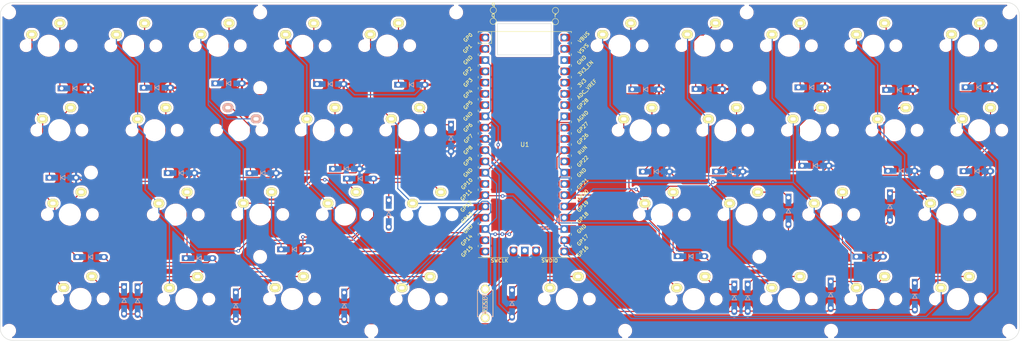
<source format=kicad_pcb>
(kicad_pcb (version 20211014) (generator pcbnew)
  (layers (0 "F.Cu" signal) (31 "B.Cu" signal) (34 "B.Paste" user) (35 "F.Paste" user) (36 "B.SilkS" user "B.Silkscreen") (37 "F.SilkS" user "F.Silkscreen") (38 "B.Mask" user) (39 "F.Mask" user) (44 "Edge.Cuts" user))
  (net 0 "")
  (net 1 "reset")
  (net 2 "GND")
  (net 3 "Net-(D2-Pad1)")
  (net 4 "col1")
  (net 5 "Net-(D3-Pad1)")
  (net 6 "col2")
  (net 7 "Net-(D4-Pad1)")
  (net 8 "col3")
  (net 9 "Net-(D5-Pad1)")
  (net 10 "col0")
  (net 11 "Net-(D6-Pad1)")
  (net 12 "Net-(D7-Pad1)")
  (net 13 "Net-(D8-Pad1)")
  (net 14 "Net-(D9-Pad1)")
  (net 15 "Net-(D10-Pad1)")
  (net 16 "Net-(D11-Pad1)")
  (net 17 "Net-(D12-Pad1)")
  (net 18 "Net-(D13-Pad1)")
  (net 19 "Net-(D14-Pad1)")
  (net 20 "Net-(D15-Pad1)")
  (net 21 "Net-(D16-Pad1)")
  (net 22 "Net-(D17-Pad1)")
  (net 23 "Net-(D18-Pad1)")
  (net 24 "Net-(D19-Pad1)")
  (net 25 "Net-(D20-Pad1)")
  (net 26 "Net-(D1-Pad1)")
  (net 27 "Net-(D22-Pad1)")
  (net 28 "Net-(D23-Pad1)")
  (net 29 "Net-(D24-Pad1)")
  (net 30 "Net-(D25-Pad1)")
  (net 31 "Net-(D26-Pad1)")
  (net 32 "Net-(D27-Pad1)")
  (net 33 "Net-(D28-Pad1)")
  (net 34 "Net-(D29-Pad1)")
  (net 35 "Net-(D30-Pad1)")
  (net 36 "Net-(D31-Pad1)")
  (net 37 "Net-(D32-Pad1)")
  (net 38 "Net-(D33-Pad1)")
  (net 39 "Net-(D34-Pad1)")
  (net 40 "Net-(D35-Pad1)")
  (net 41 "Net-(D36-Pad1)")
  (net 42 "Net-(D37-Pad1)")
  (net 43 "Net-(D38-Pad1)")
  (net 44 "Net-(D21-Pad1)")
  (net 45 "row0")
  (net 46 "row1")
  (net 47 "row2")
  (net 48 "row3")
  (net 49 "row4")
  (net 50 "row5")
  (net 51 "row6")
  (net 52 "row7")
  (net 53 "row8")
  (net 54 "row9")
  (net 72 "Net-(U1-Pad40)")
  (footprint "kbd:CherryMX_1u" (layer "F.Cu") (at 37.81 69.89)
    (fp_text reference "SW3" hide)
    (fp_text value "Switch_SW_Push" hide)
  )
  (footprint "kbd:CherryMX_1u" (layer "F.Cu") (at 190.26 69.905)
    (fp_text reference "SW27" hide)
    (fp_text value "Switch_SW_Push" hide)
  )
  (footprint "MCU_RaspberryPi_and_Boards:RPi_Pico_SMD_TH" (layer "F.Cu") (at 140.31 54.09)
    (fp_text reference "U1")
    (fp_text value "Pico")
  )
  (footprint "kbd:CherryMX_1u" (layer "F.Cu") (at 242.695 50.855)
    (fp_text reference "SW38" hide)
    (fp_text value "Switch_SW_Push" hide)
  )
  (footprint "kbd:CherryMX_1u" (layer "F.Cu") (at 180.735 31.765)
    (fp_text reference "SW25" hide)
    (fp_text value "Switch_SW_Push" hide)
  )
  (footprint "" (layer "F.Cu") (at 80.675 79.425)
    (fp_text reference "")
    (fp_text value "")
  )
  (footprint "kbd:CherryMX_1u" (layer "F.Cu") (at 90.235 31.815)
    (fp_text reference "SW13" hide)
    (fp_text value "Switch_SW_Push" hide)
  )
  (footprint "" (layer "F.Cu") (at 80.69992 41.323571)
    (fp_text reference "")
    (fp_text value "")
  )
  (footprint "kbd:CherryMX_1u" (layer "F.Cu") (at 71.135 31.79)
    (fp_text reference "SW9" hide)
    (fp_text value "Switch_SW_Push" hide)
  )
  (footprint "kbd:CherryMX_1u" (layer "F.Cu") (at 95.01 50.84)
    (fp_text reference "SW14" hide)
    (fp_text value "Switch_SW_Push" hide)
  )
  (footprint "kbd:CherryMX_1u" (layer "F.Cu") (at 99.77 69.88)
    (fp_text reference "SW15" hide)
    (fp_text value "Switch_SW_Push" hide)
  )
  (footprint "kbd:CherryMX_1u" (layer "F.Cu") (at 87.87 88.93)
    (fp_text reference "SW12" hide)
    (fp_text value "Switch_SW_Push" hide)
  )
  (footprint "" (layer "F.Cu") (at 42.573094 60.39726)
    (fp_text reference "")
    (fp_text value "")
  )
  (footprint "kbd:CherryMX_1u" (layer "F.Cu") (at 185.485 50.865)
    (fp_text reference "SW26" hide)
    (fp_text value "Switch_SW_Push" hide)
  )
  (footprint "kbd:CherryMX_1u" (layer "F.Cu") (at 33.035 31.79)
    (fp_text reference "SW1" hide)
    (fp_text value "Switch_SW_Push" hide)
  )
  (footprint "footprint:M2_Hole" (layer "F.Cu") (at 24.125 96.1)
    (fp_text reference "" hide)
    (fp_text value "" hide)
  )
  (footprint "kbd:CherryMX_1u" (layer "F.Cu") (at 118.845 69.905)
    (fp_text reference "SW19" hide)
    (fp_text value "Switch_SW_Push" hide)
  )
  (footprint "kbd:CherryMX_1u" (layer "F.Cu") (at 209.335 69.89)
    (fp_text reference "SW31" hide)
    (fp_text value "Switch_SW_Push" hide)
  )
  (footprint "kbd:CherryMX_1u" (layer "F.Cu") (at 161.66 31.79)
    (fp_text reference "SW21" hide)
    (fp_text value "Switch_SW_Push" hide)
  )
  (footprint "kbd:CherryMX_1u" (layer "F.Cu") (at 114.06 50.84)
    (fp_text reference "SW18" hide)
    (fp_text value "Switch_SW_Push" hide)
  )
  (footprint "" (layer "F.Cu") (at 233.149814 60.346984)
    (fp_text reference "")
    (fp_text value "")
  )
  (footprint "footprint:M2_Hole" (layer "F.Cu") (at 249.5 24.275)
    (fp_text reference "" hide)
    (fp_text value "" hide)
  )
  (footprint "footprint:M2_Hole" (layer "F.Cu") (at 190.3 24.275)
    (fp_text reference "" hide)
    (fp_text value "" hide)
  )
  (footprint "kbd:CherryMX_1u" (layer "F.Cu") (at 80.71 69.865)
    (fp_text reference "SW11" hide)
    (fp_text value "Switch_SW_Push" hide)
  )
  (footprint "footprint:M2_Hole" (layer "F.Cu") (at 24.125 24.275)
    (fp_text reference "" hide)
    (fp_text value "" hide)
  )
  (footprint "" (layer "F.Cu") (at 209.325 96.1)
    (fp_text reference "")
    (fp_text value "")
  )
  (footprint "kbd:CherryMX_1u" (layer "F.Cu") (at 235.51 69.89)
    (fp_text reference "SW35" hide)
    (fp_text value "Switch_SW_Push" hide)
  )
  (footprint "kbd:CherryMX_1u" (layer "F.Cu") (at 35.445 50.855)
    (fp_text reference "SW2" hide)
    (fp_text value "Switch_SW_Push" hide)
  )
  (footprint "" (layer "F.Cu") (at 162.925 96.1)
    (fp_text reference "")
    (fp_text value "")
  )
  (footprint "kbd:CherryMX_1u" (layer "F.Cu") (at 171.185 69.905)
    (fp_text reference "SW23" hide)
    (fp_text value "Switch_SW_Push" hide)
  )
  (footprint "kbd:CherryMX_1u" (layer "F.Cu") (at 178.36 88.965)
    (fp_text reference "SW24" hide)
    (fp_text value "Switch_SW_Push" hide)
  )
  (footprint "kbd:CherryMX_1u" (layer "F.Cu") (at 240.26 31.765)
    (fp_text reference "SW37" hide)
    (fp_text value "Switch_SW_Push" hide)
  )
  (footprint "footprint:M2_Hole" (layer "F.Cu") (at 80.7 24.275)
    (fp_text reference "" hide)
    (fp_text value "" hide)
  )
  (footprint "kbd:CherryMX_1u" (layer "F.Cu") (at 64.06 88.965)
    (fp_text reference "SW8" hide)
    (fp_text value "Switch_SW_Push" hide)
  )
  (footprint "" (layer "F.Cu") (at 193.173337 41.296904)
    (fp_text reference "")
    (fp_text value "")
  )
  (footprint "kbd:CherryMX_1u" (layer "F.Cu") (at 223.61 50.865)
    (fp_text reference "SW34" hide)
    (fp_text value "Switch_SW_Push" hide)
  )
  (footprint "TestPoint:TestPoint_Pad_D1.0mm" (layer "F.Cu") (at 133.225 23.775)
    (fp_text reference "q")
    (fp_text value "TestPoint_Pad_D1.0mm")
  )
  (footprint "kbd:CherryMX_1u" (layer "F.Cu") (at 116.435 88.965)
    (fp_text reference "SW16" hide)
    (fp_text value "Switch_SW_Push" hide)
  )
  (footprint "kbd:CherryMX_1u" (layer "F.Cu") (at 166.41 50.865)
    (fp_text reference "SW22" hide)
    (fp_text value "Switch_SW_Push" hide)
  )
  (footprint "footprint:M2_Hole" (layer "F.Cu") (at 249.45 96.1)
    (fp_text reference "" hide)
    (fp_text value "" hide)
  )
  (footprint "kbd:CherryMX_1u" (layer "F.Cu") (at 149.785 88.94)
    (fp_text reference "SW20" hide)
    (fp_text value "Switch_SW_Push" hide)
  )
  (footprint "kbd:CherryMX_1u" (layer "F.Cu") (at 61.67 69.905)
    (fp_text reference "SW7" hide)
    (fp_text value "Switch_SW_Push" hide)
  )
  (footprint "kbd:CherryMX_1u" (layer "F.Cu") (at 109.31 31.765)
    (fp_text reference "SW17" hide)
    (fp_text value "Switch_SW_Push" hide)
  )
  (footprint "kbd:CherryMX_1u" (layer "F.Cu") (at 56.895 50.855)
    (fp_text reference "SW6" hide)
    (fp_text value "Switch_SW_Push" hide)
  )
  (footprint "kbd:CherryMX_1u" (layer "F.Cu") (at 204.56 50.865)
    (fp_text reference "SW30" hide)
    (fp_text value "Switch_SW_Push" hide)
  )
  (footprint "footprint:M2_Hole" (layer "F.Cu") (at 124.85 24.275)
    (fp_text reference "" hide)
    (fp_text value "" hide)
  )
  (footprint "kbd:CherryMX_1u" (layer "F.Cu") (at 218.835 88.94)
    (fp_text reference "SW32" hide)
    (fp_text value "Switch_SW_Push" hide)
  )
  (footprint "kbd:CherryMX_1u" (layer "F.Cu") (at 199.81 31.79)
    (fp_text reference "SW29" hide)
    (fp_text value "Switch_SW_Push" hide)
  )
  (footprint "kbd:CherryMX_1u" (layer "F.Cu") (at 40.21 88.915)
    (fp_text reference "SW4" hide)
    (fp_text value "Switch_SW_Push" hide)
  )
  (footprint "TestPoint:TestPoint_Pad_D1.0mm" (layer "F.Cu") (at 147.225 23.85)
    (fp_text reference "")
    (fp_text value "TestPoint_Pad_D1.0mm")
  )
  (footprint "kbd:CherryMX_1u" (layer "F.Cu") (at 52.11 31.815)
    (fp_text reference "SW5" hide)
    (fp_text value "Switch_SW_Push" hide)
  )
  (footprint "TestPoint:TestPoint_Pad_D1.0mm" (layer "F.Cu") (at 133.2 26.275)
    (fp_text reference "q")
    (fp_text value "TestPoint_Pad_D1.0mm")
  )
  (footprint "kbd:CherryMX_1u" (layer "F.Cu") (at 199.785 88.94)
    (fp_text reference "SW28" hide)
    (fp_text value "Switch_SW_Push" hide)
  )
  (footprint "" (layer "F.Cu") (at 105.725 96.1)
    (fp_text reference "")
    (fp_text value "")
  )
  (footprint "TestPoint:TestPoint_Pad_D1.0mm" (layer "F.Cu") (at 147.2 26.35)
    (fp_text reference "r")
    (fp_text value "TestPoint_Pad_D1.0mm")
  )
  (footprint "kbd:CherryMX_1u" (layer "F.Cu") (at 218.835 31.79)
    (fp_text reference "SW33" hide)
    (fp_text value "Switch_SW_Push" hide)
  )
  (footprint "" (layer "F.Cu") (at 193.148417 79.398333)
    (fp_text reference "")
    (fp_text value "")
  )
  (footprint "kbd:ResetSW" (layer "F.Cu") (at 131.385 89.94 -90)
    (fp_text reference "SW41" hide)
    (fp_text value "SW_Reset")
  )
  (footprint "kbd:CherryMX_1u" (layer "F.Cu") (at 237.89 88.94)
    (fp_text reference "SW36" hide)
    (fp_text value "Switch_SW_Push" hide)
  )
  (footprint "kbd:D3_TH_SMD_v2" (layer "B.Cu") (at 242.635 41.165)
    (fp_text reference "D37" hide)
    (fp_text value "DIODE" hide)
  )
  (footprint "kbd:D3_TH_SMD_v2" (layer "B.Cu") (at 199.71 69.065 -90)
    (fp_text reference "D27" hide)
    (fp_text value "DIODE" hide)
  )
  (footprint "kbd:D3_TH_SMD_v2" (layer "B.Cu") (at 205.785 58.865)
    (fp_text reference "D30" hide)
    (fp_text value "DIODE" hide)
  )
  (footprint "kbd:D3_TH_SMD_v2" (layer "B.Cu") (at 222.585 68.115 -90)
    (fp_text reference "D35" hide)
    (fp_text value "DIODE" hide)
  )
  (footprint "kbd:D3_TH_SMD_v2" (layer "B.Cu") (at 36.21 61.565)
    (fp_text reference "D2" hide)
    (fp_text value "DIODE" hide)
  )
  (footprint "kbd:D3_TH_SMD_v2" (layer "B.Cu") (at 73.585 40.29)
    (fp_text reference "D9" hide)
    (fp_text value "DIODE" hide)
  )
  (footprint "kbd:D3_TH_SMD_v2" (layer "B.Cu") (at 181.81 41.565)
    (fp_text reference "D25" hide)
    (fp_text value "DIODE" hide)
  )
  (footprint "kbd:D3_TH_SMD_v2" (layer "B.Cu") (at 137.435 89.94 -90)
    (fp_text reference "D20" hide)
    (fp_text value "DIODE" hide)
  )
  (footprint "kbd:D3_TH_SMD_v2" (layer "B.Cu") (at 187.51 88.665 -90)
    (fp_text reference "D24" hide)
    (fp_text value "DIODE" hide)
  )
  (footprint "kbd:D3_TH_SMD_v2" (layer "B.Cu") (at 53.085 89.315 -90)
    (fp_text reference "D8" hide)
    (fp_text value "DIODE" hide)
  )
  (footprint "kbd:D3_TH_SMD_v2" (layer "B.Cu") (at 209.235 87.99 -90)
    (fp_text reference "D32" hide)
    (fp_text value "DIODE" hide)
  )
  (footprint "kbd:D3_TH_SMD_v2" (layer "B.Cu") (at 228.185 88.315 -90)
    (fp_text reference "D36" hide)
    (fp_text value "DIODE" hide)
  )
  (footprint "kbd:D3_TH_SMD_v2" (layer "B.Cu") (at 66.935 79.74)
    (fp_text reference "D7" hide)
    (fp_text value "DIODE" hide)
  )
  (footprint "kbd:D3_TH_SMD_v2" (layer "B.Cu") (at 177.76 79.29)
    (fp_text reference "D23" hide)
    (fp_text value "DIODE" hide)
  )
  (footprint "kbd:D3_TH_SMD_v2" (layer "B.Cu") (at 81.285 60.54)
    (fp_text reference "D10" hide)
    (fp_text value "DIODE" hide)
  )
  (footprint "kbd:D3_TH_SMD_v2" (layer "B.Cu") (at 167.535 41.64)
    (fp_text reference "D21" hide)
    (fp_text value "DIODE" hide)
  )
  (footprint "kbd:D3_TH_SMD_v2" (layer "B.Cu") (at 88.41 77.74)
    (fp_text reference "D11" hide)
    (fp_text value "DIODE" hide)
  )
  (footprint "kbd:D3_TH_SMD_v2" (layer "B.Cu") (at 103.235 61.765)
    (fp_text reference "D15" hide)
    (fp_text value "DIODE" hide)
  )
  (footprint "kbd:CherryMX_1u" (layer "B.Cu") (at 75.96 50.84 180)
    (fp_text reference "SW10" hide)
    (fp_text value "Switch_SW_Push" hide)
  )
  (footprint "kbd:D3_TH_SMD_v2" (layer "B.Cu") (at 42.485 79.465)
    (fp_text reference "D3" hide)
    (fp_text value "DIODE" hide)
  )
  (footprint "kbd:D3_TH_SMD_v2" (layer "B.Cu") (at 186.41 60.19)
    (fp_text reference "D26" hide)
    (fp_text value "DIODE" hide)
  )
  (footprint "kbd:D3_TH_SMD_v2" (layer "B.Cu") (at 62.885 60.515)
    (fp_text reference "D6" hide)
    (fp_text value "DIODE" hide)
  )
  (footprint "kbd:D3_TH_SMD_v2" (layer "B.Cu") (at 169.91 60.19)
    (fp_text reference "D22" hide)
    (fp_text value "DIODE" hide)
  )
  (footprint "kbd:D3_TH_SMD_v2" (layer "B.Cu") (at 100.085 59.59)
    (fp_text reference "D14" hide)
    (fp_text value "DIODE" hide)
  )
  (footprint "kbd:D3_TH_SMD_v2" (layer "B.Cu") (at 50.035 89.265 -90)
    (fp_text reference "D4" hide)
    (fp_text value "DIODE" hide)
  )
  (footprint "kbd:D3_TH_SMD_v2" (layer "B.Cu") (at 224.735 41.765)
    (fp_text reference "D33" hide)
    (fp_text value "DIODE" hide)
  )
  (footprint "kbd:D3_TH_SMD_v2" (layer "B.Cu") (at 99.635 90.49 -90)
    (fp_text reference "D16" hide)
    (fp_text value "DIODE" hide)
  )
  (footprint "kbd:D3_TH_SMD_v2" (layer "B.Cu") (at 242.185 60.09)
    (fp_text reference "D38" hide)
    (fp_text value "DIODE" hide)
  )
  (footprint "kbd:D3_TH_SMD_v2" (layer "B.Cu") (at 57.435 41.265)
    (fp_text reference "D5" hide)
    (fp_text value "DIODE" hide)
  )
  (footprint "kbd:D3_TH_SMD_v2" (layer "B.Cu") (at 225.135 60.04)
    (fp_text reference "D34" hide)
    (fp_text value "DIODE" hide)
  )
  (footprint "kbd:D3_TH_SMD_v2" (layer "B.Cu") (at 190.535 88.665 -90)
    (fp_text reference "D28" hide)
    (fp_text value "DIODE" hide)
  )
  (footprint "kbd:D3_TH_SMD_v2" (layer "B.Cu") (at 109.66 69.64 -90)
    (fp_text reference "D19" hide)
    (fp_text value "DIODE" hide)
  )
  (footprint "kbd:D3_TH_SMD_v2" (layer "B.Cu") (at 123.685 52.615 -90)
    (fp_text reference "D18" hide)
    (fp_text value "DIODE" hide)
  )
  (footprint "kbd:D3_TH_SMD_v2" (layer "B.Cu") (at 96.51 40.44)
    (fp_text reference "D13" hide)
    (fp_text value "DIODE" hide)
  )
  (footprint "kbd:D3_TH_SMD_v2" (layer "B.Cu") (at 218.01 79.39)
    (fp_text reference "D31" hide)
    (fp_text value "DIODE" hide)
  )
  (footprint "kbd:D3_TH_SMD_v2" (layer "B.Cu") (at 114.785 40.59)
    (fp_text reference "D17" hide)
    (fp_text value "DIODE" hide)
  )
  (footprint "kbd:D3_TH_SMD_v2" (layer "B.Cu") (at 38.96 41.415)
    (fp_text reference "D1" hide)
    (fp_text value "DIODE" hide)
  )
  (footprint "kbd:D3_TH_SMD_v2" (layer "B.Cu") (at 204.96 41.19)
    (fp_text reference "D29" hide)
    (fp_text value "DIODE" hide)
  )
  (footprint "kbd:D3_TH_SMD_v2" (layer "B.Cu") (at 75.21 90.465 -90)
    (fp_text reference "D12" hide)
    (fp_text value "DIODE" hide)
  )
  (gr_line (start 25.05 98.25) (end 248.85 98.25) (layer "Edge.Cuts") (width 0.1))
  (gr_rect (start 134.15 26.8125) (end 146.25 33.8625) (layer "Edge.Cuts") (width 0.1) (fill none))
  (gr_line (start 22.125 25) (end 22.125 95.4) (layer "Edge.Cuts") (width 0.1))
  (gr_arc (start 22.125 25) (mid 22.931002 22.909557) (end 25 22.05) (layer "Edge.Cuts") (width 0.1))
  (gr_arc (start 25.05 98.25) (mid 22.961384 97.467593) (end 22.125 95.4) (layer "Edge.Cuts") (width 0.1))
  (gr_line (start 251.725762 24.925) (end 251.725 95.342553) (layer "Edge.Cuts") (width 0.1))
  (gr_arc (start 248.818315 22.05) (mid 250.897333 22.855148) (end 251.725762 24.925) (layer "Edge.Cuts") (width 0.1))
  (gr_arc (start 251.725 95.342553) (mid 250.919852 97.421571) (end 248.85 98.25) (layer "Edge.Cuts") (width 0.1))
  (gr_line (start 25 22.05) (end 248.818315 22.05) (layer "Edge.Cuts") (width 0.1))
  (segment (start 131.385 88.563143) (end 135.975 83.973143) (width 0.25) (layer "F.Cu") (net 1))
  (segment (start 147.575969 71.499031) (end 147.575969 56.984031) (width 0.25) (layer "F.Cu") (net 1))
  (segment (start 135.975 83.973143) (end 135.975 74.150386) (width 0.25) (layer "F.Cu") (net 1))
  (segment (start 147.575969 56.984031) (end 149.2 55.36) (width 0.25) (layer "F.Cu") (net 1))
  (segment (start 131.385 93.19) (end 131.385 88.563143) (width 0.25) (layer "F.Cu") (net 1))
  (segment (start 135.975 74.150386) (end 137.434906 72.69048) (width 0.25) (layer "F.Cu") (net 1))
  (segment (start 146.38452 72.69048) (end 147.575969 71.499031) (width 0.25) (layer "F.Cu") (net 1))
  (segment (start 137.434906 72.69048) (end 146.38452 72.69048) (width 0.25) (layer "F.Cu") (net 1))
  (segment (start 148.025489 71.965489) (end 148.025489 61.614511) (width 0.25) (layer "F.Cu") (net 2))
  (segment (start 138.01 73.14) (end 149.2 73.14) (width 0.25) (layer "F.Cu") (net 2))
  (segment (start 134.285 54.19) (end 134.285 57.575) (width 0.25) (layer "F.Cu") (net 2))
  (segment (start 148.025489 61.614511) (end 149.2 60.44) (width 0.25) (layer "F.Cu") (net 2))
  (segment (start 149.2 73.14) (end 148.025489 71.965489) (width 0.25) (layer "F.Cu") (net 2))
  (segment (start 134.325 54.15) (end 134.285 54.19) (width 0.25) (layer "F.Cu") (net 2))
  (segment (start 135.25 74.3) (end 135.225 74.325) (width 0.25) (layer "F.Cu") (net 2))
  (segment (start 135.225 74.325) (end 133.65 74.325) (width 0.25) (layer "F.Cu") (net 2))
  (segment (start 134.285 57.575) (end 131.42 60.44) (width 0.25) (layer "F.Cu") (net 2))
  (segment (start 136.825 74.325) (end 138.01 73.14) (width 0.25) (layer "F.Cu") (net 2))
  (via (at 136.825 74.325) (size 0.8) (drill 0.4) (layers "F.Cu" "B.Cu") (net 2))
  (via (at 134.325 54.15) (size 0.8) (drill 0.4) (layers "F.Cu" "B.Cu") (net 2))
  (via (at 133.65 74.325) (size 0.8) (drill 0.4) (layers "F.Cu" "B.Cu") (net 2))
  (via (at 135.25 74.3) (size 0.8) (drill 0.4) (layers "F.Cu" "B.Cu") (net 2))
  (segment (start 132.594511 36.214511) (end 131.42 35.04) (width 0.25) (layer "B.Cu") (net 2))
  (segment (start 133.65 74.325) (end 133.585 74.26) (width 0.25) (layer "B.Cu") (net 2))
  (segment (start 134.325 54.15) (end 134.325 50.055) (width 0.25) (layer "B.Cu") (net 2))
  (segment (start 136.825 74.325) (end 136.8 74.3) (width 0.25) (layer "B.Cu") (net 2))
  (segment (start 149.2 60.44) (end 148.025489 59.265489) (width 0.25) (layer "B.Cu") (net 2))
  (segment (start 133.95 70.61) (end 133.95 62.97) (width 0.25) (layer "B.Cu") (net 2))
  (segment (start 148.025489 59.265489) (end 148.025489 48.914511) (width 0.25) (layer "B.Cu") (net 2))
  (segment (start 134.325 50.055) (end 132.01 47.74) (width 0.25) (layer "B.Cu") (net 2))
  (segment (start 131.385 86.69) (end 132.594511 85.480489) (width 0.25) (layer "B.Cu") (net 2))
  (segment (start 132.594511 74.314511) (end 132.54 74.26) (width 0.25) (layer "B.Cu") (net 2))
  (segment (start 131.42 73.14) (end 133.95 70.61) (width 0.25) (layer "B.Cu") (net 2))
  (segment (start 132.594511 46.565489) (end 132.594511 36.214511) (width 0.25) (layer "B.Cu") (net 2))
  (segment (start 132.54 74.26) (end 131.42 73.14) (width 0.25) (layer "B.Cu") (net 2))
  (segment (start 136.8 74.3) (end 135.25 74.3) (width 0.25) (layer "B.Cu") (net 2))
  (segment (start 132.01 47.74) (end 131.42 47.74) (width 0.25) (layer "B.Cu") (net 2))
  (segment (start 132.594511 85.480489) (end 132.594511 74.314511) (width 0.25) (layer "B.Cu") (net 2))
  (segment (start 148.025489 48.914511) (end 149.2 47.74) (width 0.25) (layer "B.Cu") (net 2))
  (segment (start 133.585 74.26) (end 132.54 74.26) (width 0.25) (layer "B.Cu") (net 2))
  (segment (start 131.42 47.74) (end 132.594511 46.565489) (width 0.25) (layer "B.Cu") (net 2))
  (segment (start 133.95 62.97) (end 131.42 60.44) (width 0.25) (layer "B.Cu") (net 2))
  (segment (start 37.985 45.775) (end 35.585 48.175) (width 0.25) (layer "F.Cu") (net 3))
  (segment (start 34.4 48.175) (end 32.575 50) (width 0.25) (layer "F.Cu") (net 3))
  (segment (start 32.575 50) (end 32.575 59.255) (width 0.25) (layer "F.Cu") (net 3))
  (segment (start 35.585 48.175) (end 34.4 48.175) (width 0.25) (layer "F.Cu") (net 3))
  (segment (start 33.21 59.89) (end 33.21 61.565) (width 0.25) (layer "F.Cu") (net 3))
  (segment (start 32.575 59.255) (end 33.21 59.89) (width 0.25) (layer "F.Cu") (net 3))
  (segment (start 231.385 63.29) (end 241.985 63.29) (width 0.25) (layer "F.Cu") (net 4))
  (segment (start 99.471489 60.465) (end 99.371978 60.564511) (width 0.25) (layer "F.Cu") (net 4))
  (segment (start 99.371978 60.564511) (end 84.309511 60.564511) (width 0.25) (layer "F.Cu") (net 4))
  (segment (start 84.309511 60.564511) (end 84.285 60.54) (width 0.25) (layer "F.Cu") (net 4))
  (segment (start 40.595 62.4) (end 39.46 61.265) (width 0.25) (layer "F.Cu") (net 4))
  (segment (start 126.48 52.82) (end 123.685 55.615) (width 0.25) (layer "F.Cu") (net 4))
  (segment (start 173.884511 61.164511) (end 172.91 60.19) (width 0.25) (layer "F.Cu") (net 4))
  (segment (start 66.884511 61.514511) (end 65.885 60.515) (width 0.25) (layer "F.Cu") (net 4))
  (segment (start 208.785 58.865) (end 207.46 60.19) (width 0.25) (layer "F.Cu") (net 4))
  (segment (start 65.885 60.515) (end 64 62.4) (width 0.25) (layer "F.Cu") (net 4))
  (segment (start 84.285 60.54) (end 83.310489 61.514511) (width 0.25) (layer "F.Cu") (net 4))
  (segment (start 189.41 60.19) (end 188.435489 61.164511) (width 0.25) (layer "F.Cu") (net 4))
  (segment (start 107.06 55.615) (end 102.21 60.465) (width 0.25) (layer "F.Cu") (net 4))
  (segment (start 131.42 52.82) (end 126.48 52.82) (width 0.25) (layer "F.Cu") (net 4))
  (segment (start 102.21 60.465) (end 99.471489 60.465) (width 0.25) (layer "F.Cu") (net 4))
  (segment (start 227.160489 61.014511) (end 210.934511 61.014511) (width 0.25) (layer "F.Cu") (net 4))
  (segment (start 64 62.4) (end 40.595 62.4) (width 0.25) (layer "F.Cu") (net 4))
  (segment (start 241.985 63.29) (end 245.185 60.09) (width 0.25) (layer "F.Cu") (net 4))
  (segment (start 210.934511 61.014511) (end 208.785 58.865) (width 0.25) (layer "F.Cu") (net 4))
  (segment (start 83.310489 61.514511) (end 66.884511 61.514511) (width 0.25) (layer "F.Cu") (net 4))
  (segment (start 228.135 60.04) (end 231.385 63.29) (width 0.25) (layer "F.Cu") (net 4))
  (segment (start 188.435489 61.164511) (end 173.884511 61.164511) (width 0.25) (layer "F.Cu") (net 4))
  (segment (start 228.135 60.04) (end 227.160489 61.014511) (width 0.25) (layer "F.Cu") (net 4))
  (segment (start 123.685 55.615) (end 107.06 55.615) (width 0.25) (layer "F.Cu") (net 4))
  (segment (start 207.46 60.19) (end 189.41 60.19) (width 0.25) (layer "F.Cu") (net 4))
  (segment (start 171.485 61.615) (end 140.215 61.615) (width 0.25) (layer "B.Cu") (net 4))
  (segment (start 172.91 60.19) (end 171.485 61.615) (width 0.25) (layer "B.Cu") (net 4))
  (segment (start 140.215 61.615) (end 131.42 52.82) (width 0.25) (layer "B.Cu") (net 4))
  (segment (start 37.985 67.175) (end 36.675 67.175) (width 0.25) (layer "F.Cu") (net 5))
  (segment (start 36.675 67.175) (end 35 68.85) (width 0.25) (layer "F.Cu") (net 5))
  (segment (start 40.35 64.81) (end 37.985 67.175) (width 0.25) (layer "F.Cu") (net 5))
  (segment (start 35 68.85) (end 35 74.98) (width 0.25) (layer "F.Cu") (net 5))
  (segment (start 35 74.98) (end 39.485 79.465) (width 0.25) (layer "F.Cu") (net 5))
  (segment (start 72.245 82.05) (end 69.935 79.74) (width 0.25) (layer "F.Cu") (net 6))
  (segment (start 68.960489 80.714511) (end 46.734511 80.714511) (width 0.25) (layer "F.Cu") (net 6))
  (segment (start 46.734511 80.714511) (end 45.485 79.465) (width 0.25) (layer "F.Cu") (net 6))
  (segment (start 183.135 81.665) (end 180.76 79.29) (width 0.25) (layer "F.Cu") (net 6))
  (segment (start 199.71 78.389022) (end 199.71 72.065) (width 0.25) (layer "F.Cu") (net 6))
  (segment (start 221.01 79.39) (end 221.01 72.69) (width 0.25) (layer "F.Cu") (net 6))
  (segment (start 106.235 69.015) (end 108.265 69.015) (width 0.25) (layer "F.Cu") (net 6))
  (segment (start 109.66 70.41) (end 109.66 72.64) (width 0.25) (layer "F.Cu") (net 6))
  (segment (start 87.1 82.05) (end 72.245 82.05) (width 0.25) (layer "F.Cu") (net 6))
  (segment (start 101.647657 74.9555) (end 90.31 74.9555) (width 0.25) (layer "F.Cu") (net 6))
  (segment (start 221.01 79.39) (end 219.26 81.14) (width 0.25) (layer "F.Cu") (net 6))
  (segment (start 129.810978 55.36) (end 123.405978 61.765) (width 0.25) (layer "F.Cu") (net 6))
  (segment (start 123.405978 61.765) (end 106.235 61.765) (width 0.25) (layer "F.Cu") (net 6))
  (segment (start 199.872989 78.552011) (end 199.71 78.389022) (width 0.25) (layer "F.Cu") (net 6))
  (segment (start 69.935 79.74) (end 68.960489 80.714511) (width 0.25) (layer "F.Cu") (net 6))
  (segment (start 202.46 81.14) (end 199.81 78.49) (width 0.25) (layer "F.Cu") (net 6))
  (segment (start 106.235 61.765) (end 106.235 69.015) (width 0.25) (layer "F.Cu") (net 6))
  (segment (start 106.235 69.015) (end 106.235 70.368157) (width 0.25) (layer "F.Cu") (net 6))
  (segment (start 131.42 55.36) (end 129.810978 55.36) (width 0.25) (layer "F.Cu") (net 6))
  (segment (start 221.01 72.69) (end 222.585 71.115) (width 0.25) (layer "F.Cu") (net 6))
  (segment (start 199.735978 81.665) (end 183.135 81.665) (width 0.25) (layer "F.Cu") (net 6))
  (segment (start 219.26 81.14) (end 202.46 81.14) (width 0.25) (layer "F.Cu") (net 6))
  (segment (start 106.235 70.368157) (end 101.647657 74.9555) (width 0.25) (layer "F.Cu") (net 6))
  (segment (start 201.360978 80.04) (end 199.735978 81.665) (width 0.25) (layer "F.Cu") (net 6))
  (segment (start 91.41 77.74) (end 87.1 82.05) (width 0.25) (layer "F.Cu") (net 6))
  (segment (start 108.265 69.015) (end 109.66 70.41) (width 0.25) (layer "F.Cu") (net 6))
  (via (at 90.31 74.9555) (size 0.8) (drill 0.4) (layers "F.Cu" "B.Cu") (net 6))
  (segment (start 131.42 55.36) (end 147.834511 71.774511) (width 0.25) (layer "B.Cu") (net 6))
  (segment (start 90.31 74.9555) (end 90.31 77.615) (width 0.25) (layer "B.Cu") (net 6))
  (segment (start 179.685 78.215) (end 180.76 79.29) (width 0.25) (layer "B.Cu") (net 6))
  (segment (start 147.834511 71.774511) (end 168.524511 71.774511) (width 0.25) (layer "B.Cu") (net 6))
  (segment (start 174.965 78.215) (end 179.685 78.215) (width 0.25) (layer "B.Cu") (net 6))
  (segment (start 168.524511 71.774511) (end 174.965 78.215) (width 0.25) (layer "B.Cu") (net 6))
  (segment (start 45.18 86.265) (end 42.75 83.835) (width 0.25) (layer "F.Cu") (net 7))
  (segment (start 50.035 86.265) (end 45.18 86.265) (width 0.25) (layer "F.Cu") (net 7))
  (segment (start 100.659511 94.514511) (end 135.860489 94.514511) (width 0.25) (layer "F.Cu") (net 8))
  (segment (start 54.235 93.465) (end 53.085 92.315) (width 0.25) (layer "F.Cu") (net 8))
  (segment (start 209.235 90.99) (end 209.56 91.315) (width 0.25) (layer "F.Cu") (net 8))
  (segment (start 138.625 91.75) (end 187.425 91.75) (width 0.25) (layer "F.Cu") (net 8))
  (segment (start 53.085 92.315) (end 50.085 92.315) (width 0.25) (layer "F.Cu") (net 8))
  (segment (start 135.860489 94.514511) (end 137.435 92.94) (width 0.25) (layer "F.Cu") (net 8))
  (segment (start 50.085 92.315) (end 50.035 92.265) (width 0.25) (layer "F.Cu") (net 8))
  (segment (start 187.425 91.75) (end 187.51 91.665) (width 0.25) (layer "F.Cu") (net 8))
  (segment (start 99.635 93.49) (end 100.659511 94.514511) (width 0.25) (layer "F.Cu") (net 8))
  (segment (start 209.56 91.315) (end 228.185 91.315) (width 0.25) (layer "F.Cu") (net 8))
  (segment (start 75.21 93.465) (end 54.235 93.465) (width 0.25) (layer "F.Cu") (net 8))
  (segment (start 75.21 93.465) (end 99.61 93.465) (width 0.25) (layer "F.Cu") (net 8))
  (segment (start 187.51 91.665) (end 190.535 91.665) (width 0.25) (layer "F.Cu") (net 8))
  (segment (start 209.235 90.99) (end 208.56 91.665) (width 0.25) (layer "F.Cu") (net 8))
  (segment (start 137.435 92.94) (end 138.625 91.75) (width 0.25) (layer "F.Cu") (net 8))
  (segment (start 99.61 93.465) (end 99.635 93.49) (width 0.25) (layer "F.Cu") (net 8))
  (segment (start 208.56 91.665) (end 190.535 91.665) (width 0.25) (layer "F.Cu") (net 8))
  (segment (start 137.435 92.94) (end 134.525 90.03) (width 0.25) (layer "B.Cu") (net 8))
  (segment (start 134.525 90.03) (end 134.525 61.005) (width 0.25) (layer "B.Cu") (net 8))
  (segment (start 134.525 61.005) (end 131.42 57.9) (width 0.25) (layer "B.Cu") (net 8))
  (segment (start 54.65 26.735) (end 54.65 41.05) (width 0.25) (layer "F.Cu") (net 9))
  (segment (start 54.65 41.05) (end 54.435 41.265) (width 0.25) (layer "F.Cu") (net 9))
  (segment (start 97.1 42.85) (end 77.27 42.85) (width 0.25) (layer "F.Cu") (net 10))
  (segment (start 170.535 41.64) (end 171.76 42.865) (width 0.25) (layer "F.Cu") (net 10))
  (segment (start 185.060489 42.865) (end 185.060489 41.815489) (width 0.25) (layer "F.Cu") (net 10))
  (segment (start 228.109511 42.139511) (end 244.660489 42.139511) (width 0.25) (layer "F.Cu") (net 10))
  (segment (start 76.585 40.29) (end 74 42.875) (width 0.25) (layer "F.Cu") (net 10))
  (segment (start 207.96 41.19) (end 212.10548 45.33548) (width 0.25) (layer "F.Cu") (net 10))
  (segment (start 212.10548 45.33548) (end 224.16452 45.33548) (width 0.25) (layer "F.Cu") (net 10))
  (segment (start 227.735 41.765) (end 228.109511 42.139511) (width 0.25) (layer "F.Cu") (net 10))
  (segment (start 184.81 41.565) (end 188.985 41.565) (width 0.25) (layer "F.Cu") (net 10))
  (segment (start 62.045 42.875) (end 60.435 41.265) (width 0.25) (layer "F.Cu") (net 10))
  (segment (start 58.8 42.9) (end 60.435 41.265) (width 0.25) (layer "F.Cu") (net 10))
  (segment (start 129.810978 50.28) (end 120.120978 40.59) (width 0.25) (layer "F.Cu") (net 10))
  (segment (start 41.96 41.415) (end 43.445 42.9) (width 0.25) (layer "F.Cu") (net 10))
  (segment (start 158.665 42.615) (end 169.56 42.615) (width 0.25) (layer "F.Cu") (net 10))
  (segment (start 169.56 42.615) (end 170.535 41.64) (width 0.25) (layer "F.Cu") (net 10))
  (segment (start 188.985 41.565) (end 192.285 44.865) (width 0.25) (layer "F.Cu") (net 10))
  (segment (start 224.16452 45.33548) (end 227.735 41.765) (width 0.25) (layer "F.Cu") (net 10))
  (segment (start 74 42.875) (end 62.045 42.875) (width 0.25) (layer "F.Cu") (net 10))
  (segment (start 76.585 42.165) (end 76.585 40.29) (width 0.25) (layer "F.Cu") (net 10))
  (segment (start 204.285 44.865) (end 207.96 41.19) (width 0.25) (layer "F.Cu") (net 10))
  (segment (start 131.42 50.28) (end 129.810978 50.28) (width 0.25) (layer "F.Cu") (net 10))
  (segment (start 132.594511 49.105489) (end 152.174511 49.105489) (width 0.25) (layer "F.Cu") (net 10))
  (segment (start 171.76 42.865) (end 185.060489 42.865) (width 0.25) (layer "F.Cu") (net 10))
  (segment (start 99.51 40.44) (end 97.1 42.85) (width 0.25) (layer "F.Cu") (net 10))
  (segment (start 120.120978 40.59) (end 117.785 40.59) (width 0.25) (layer "F.Cu") (net 10))
  (segment (start 77.27 42.85) (end 76.585 42.165) (width 0.25) (layer "F.Cu") (net 10))
  (segment (start 185.060489 41.815489) (end 184.81 41.565) (width 0.25) (layer "F.Cu") (net 10))
  (segment (start 43.445 42.9) (end 58.8 42.9) (width 0.25) (layer "F.Cu") (net 10))
  (segment (start 152.174511 49.105489) (end 158.665 42.615) (width 0.25) (layer "F.Cu") (net 10))
  (segment (start 244.660489 42.139511) (end 245.635 41.165) (width 0.25) (layer "F.Cu") (net 10))
  (segment (start 192.285 44.865) (end 204.285 44.865) (width 0.25) (layer "F.Cu") (net 10))
  (segment (start 131.42 50.28) (end 132.594511 49.105489) (width 0.25) (layer "F.Cu") (net 10))
  (segment (start 101.92 42.85) (end 99.51 40.44) (width 0.25) (layer "B.Cu") (net 10))
  (segment (start 115.525 42.85) (end 101.92 42.85) (width 0.25) (layer "B.Cu") (net 10))
  (segment (start 117.785 40.59) (end 115.525 42.85) (width 0.25) (layer "B.Cu") (net 10))
  (segment (start 59.435 60.065) (end 59.885 60.515) (width 0.25) (layer "F.Cu") (net 11))
  (segment (start 59.435 45.775) (end 59.435 60.065) (width 0.25) (layer "F.Cu") (net 11))
  (segment (start 64.21 79.465) (end 63.935 79.74) (width 0.25) (layer "F.Cu") (net 12))
  (segment (start 64.21 64.825) (end 64.21 79.465) (width 0.25) (layer "F.Cu") (net 12))
  (segment (start 55.515 83.885) (end 66.6 83.885) (width 0.25) (layer "F.Cu") (net 13))
  (segment (start 53.085 86.315) (end 55.515 83.885) (width 0.25) (layer "F.Cu") (net 13))
  (segment (start 73.675 37.2) (end 70.585 40.29) (width 0.25) (layer "F.Cu") (net 14))
  (segment (start 73.675 26.71) (end 73.675 37.2) (width 0.25) (layer "F.Cu") (net 14))
  (segment (start 74.238081 45.76) (end 78.5 50.021919) (width 0.25) (layer "F.Cu") (net 15))
  (segment (start 73.42 45.76) (end 74.238081 45.76) (width 0.25) (layer "F.Cu") (net 15))
  (segment (start 78.5 50.021919) (end 78.5 60.325) (width 0.25) (layer "F.Cu") (net 15))
  (segment (start 78.5 60.325) (end 78.285 60.54) (width 0.25) (layer "F.Cu") (net 15))
  (segment (start 83.25 74.305) (end 85.41 76.465) (width 0.25) (layer "B.Cu") (net 16))
  (segment (start 85.41 76.465) (end 85.41 77.74) (width 0.25) (layer "B.Cu") (net 16))
  (segment (start 83.25 74.305) (end 83.25 64.785) (width 0.25) (layer "B.Cu") (net 16))
  (segment (start 90.41 83.85) (end 78.825 83.85) (width 0.25) (layer "F.Cu") (net 17))
  (segment (start 78.825 83.85) (end 75.21 87.465) (width 0.25) (layer "F.Cu") (net 17))
  (segment (start 92.775 39.705) (end 93.51 40.44) (width 0.25) (layer "F.Cu") (net 18))
  (segment (start 92.775 26.735) (end 92.775 39.705) (width 0.25) (layer "F.Cu") (net 18))
  (segment (start 97.55 45.76) (end 97.55 59.4) (width 0.25) (layer "F.Cu") (net 19))
  (segment (start 100.235 61.765) (end 100.235 62.725) (width 0.25) (layer "F.Cu") (net 20))
  (segment (start 100.235 62.725) (end 102.31 64.8) (width 0.25) (layer "F.Cu") (net 20))
  (segment (start 118.975 83.885) (end 103.24 83.885) (width 0.25) (layer "F.Cu") (net 21))
  (segment (start 103.24 83.885) (end 99.635 87.49) (width 0.25) (layer "F.Cu") (net 21))
  (segment (start 111.85 40.525) (end 111.785 40.59) (width 0.25) (layer "F.Cu") (net 22))
  (segment (start 111.85 26.685) (end 111.85 40.525) (width 0.25) (layer "F.Cu") (net 22))
  (segment (start 120.455 49.615) (end 116.6 45.76) (width 0.25) (layer "F.Cu") (net 23))
  (segment (start 123.685 49.615) (end 120.455 49.615) (width 0.25) (layer "F.Cu") (net 23))
  (segment (start 109.66 62.6) (end 119.16 62.6) (width 0.25) (layer "F.Cu") (net 24))
  (segment (start 109.66 66.64) (end 109.66 62.6) (width 0.25) (layer "F.Cu") (net 24))
  (segment (start 119.16 62.6) (end 121.385 64.825) (width 0.25) (layer "F.Cu") (net 24))
  (segment (start 152.325 83.86) (end 140.515 83.86) (width 0.25) (layer "F.Cu") (net 25))
  (segment (start 140.515 83.86) (end 137.435 86.94) (width 0.25) (layer "F.Cu") (net 25))
  (segment (start 35.575 41.03) (end 35.96 41.415) (width 0.25) (layer "F.Cu") (net 26))
  (segment (start 35.575 26.71) (end 35.575 41.03) (width 0.25) (layer "F.Cu") (net 26))
  (segment (start 168.95 45.785) (end 168.95 58.15) (width 0.25) (layer "F.Cu") (net 27))
  (segment (start 168.95 58.15) (end 166.91 60.19) (width 0.25) (layer "F.Cu") (net 27))
  (segment (start 173.725 64.825) (end 173.725 78.255) (width 0.25) (layer "F.Cu") (net 28))
  (segment (start 173.725 78.255) (end 174.76 79.29) (width 0.25) (layer "F.Cu") (net 28))
  (segment (start 187.51 85.665) (end 182.68 85.665) (width 0.25) (layer "F.Cu") (net 29))
  (segment (start 182.68 85.665) (end 180.9 83.885) (width 0.25) (layer "F.Cu") (net 29))
  (segment (start 178.360479 36.815479) (end 178.81 37.265) (width 0.25) (layer "F.Cu") (net 30))
  (segment (start 183.275 26.685) (end 180.569521 29.390479) (width 0.25) (layer "F.Cu") (net 30))
  (segment (start 178.360479 30.78144) (end 178.360479 36.815479) (width 0.25) (layer "F.Cu") (net 30))
  (segment (start 179.75144 29.390479) (end 178.360479 30.78144) (width 0.25) (layer "F.Cu") (net 30))
  (segment (start 180.569521 29.390479) (end 179.75144 29.390479) (width 0.25) (layer "F.Cu") (net 30))
  (segment (start 178.81 37.265) (end 178.81 41.565) (width 0.25) (layer "F.Cu") (net 30))
  (segment (start 188.025 55.575) (end 188.025 45.785) (width 0.25) (layer "F.Cu") (net 31))
  (segment (start 183.41 60.19) (end 188.025 55.575) (width 0.25) (layer "F.Cu") (net 31))
  (segment (start 198.47 64.825) (end 199.71 66.065) (width 0.25) (layer "F.Cu") (net 32))
  (segment (start 192.8 64.825) (end 198.47 64.825) (width 0.25) (layer "F.Cu") (net 32))
  (segment (start 192.34 83.86) (end 202.325 83.86) (width 0.25) (layer "F.Cu") (net 33))
  (segment (start 190.535 85.665) (end 192.34 83.86) (width 0.25) (layer "F.Cu") (net 33))
  (segment (start 202.35 26.71) (end 202.35 40.8) (width 0.25) (layer "F.Cu") (net 34))
  (segment (start 202.35 40.8) (end 201.96 41.19) (width 0.25) (layer "F.Cu") (net 34))
  (segment (start 202.785 58.865) (end 202.185479 58.265479) (width 0.25) (layer "F.Cu") (net 35))
  (segment (start 202.185479 49.88144) (end 206.281919 45.785) (width 0.25) (layer "F.Cu") (net 35))
  (segment (start 206.281919 45.785) (end 207.1 45.785) (width 0.25) (layer "F.Cu") (net 35))
  (segment (start 202.185479 58.265479) (end 202.185479 49.88144) (width 0.25) (layer "F.Cu") (net 35))
  (segment (start 211.875 76.255) (end 211.875 64.81) (width 0.25) (layer "F.Cu") (net 36))
  (segment (start 215.01 79.39) (end 211.875 76.255) (width 0.25) (layer "F.Cu") (net 36))
  (segment (start 220.245 84.99) (end 221.375 83.86) (width 0.25) (layer "F.Cu") (net 37))
  (segment (start 209.235 84.99) (end 220.245 84.99) (width 0.25) (layer "F.Cu") (net 37))
  (segment (start 221.415 26.71) (end 221.46 26.665) (width 0.25) (layer "F.Cu") (net 38))
  (segment (start 221.735 26.94) (end 221.735 41.765) (width 0.25) (layer "F.Cu") (net 38))
  (segment (start 221.46 26.665) (end 221.735 26.94) (width 0.25) (layer "F.Cu") (net 38))
  (segment (start 221.375 26.71) (end 221.415 26.71) (width 0.25) (layer "F.Cu") (net 38))
  (segment (start 226.15 45.785) (end 224.65 45.785) (width 0.25) (layer "F.Cu") (net 39))
  (segment (start 221.235479 59.140479) (end 222.135 60.04) (width 0.25) (layer "F.Cu") (net 39))
  (segment (start 224.65 45.785) (end 221.235479 49.199521) (width 0.25) (layer "F.Cu") (net 39))
  (segment (start 221.235479 49.199521) (end 221.235479 59.140479) (width 0.25) (layer "F.Cu") (net 39))
  (segment (start 222.89 64.81) (end 222.585 65.115) (width 0.25) (layer "F.Cu") (net 40))
  (segment (start 238.05 64.81) (end 222.89 64.81) (width 0.25) (layer "F.Cu") (net 40))
  (segment (start 228.185 85.315) (end 229.64 83.86) (width 0.25) (layer "F.Cu") (net 41))
  (segment (start 229.64 83.86) (end 240.43 83.86) (width 0.25) (layer "F.Cu") (net 41))
  (segment (start 242.8 26.685) (end 242.8 38) (width 0.25) (layer "F.Cu") (net 42))
  (segment (start 242.8 38) (end 239.635 41.165) (width 0.25) (layer "F.Cu") (net 42))
  (segment (start 245.235 45.775) (end 245.235 54.04) (width 0.25) (layer "F.Cu") (net 43))
  (segment (start 245.235 54.04) (end 239.185 60.09) (width 0.25) (layer "F.Cu") (net 43))
  (segment (start 164.2 26.71) (end 164.2 41.305) (width 0.25) (layer "F.Cu") (net 44))
  (segment (start 164.2 41.305) (end 164.535 41.64) (width 0.25) (layer "F.Cu") (net 44))
  (segment (start 31.689521 65.039521) (end 34 67.35) (width 0.25) (layer "F.Cu") (net 45))
  (segment (start 34.425 67.775) (end 34.425 70.5) (width 0.25) (layer "F.Cu") (net 45))
  (segment (start 39.356978 81.525) (end 66.363154 81.525) (width 0.25) (layer "F.Cu") (net 45))
  (segment (start 34 67.35) (end 34.425 67.775) (width 0.25) (layer "F.Cu") (net 45))
  (segment (start 31.635 48.315) (end 31.689521 48.369521) (width 0.25) (layer "F.Cu") (net 45))
  (segment (start 34.425 70.5) (end 34.275 70.65) (width 0.25) (layer "F.Cu") (net 45))
  (segment (start 89.321846 82.815) (end 93.916846 78.22) (width 0.25) (layer "F.Cu") (net 45))
  (segment (start 34.3 77.175) (end 35.006978 77.175) (width 0.25) (layer "F.Cu") (net 45))
  (segment (start 29.279521 29.304521) (end 29.279521 45.959521) (width 0.25) (layer "F.Cu") (net 45))
  (segment (start 67.653154 82.815) (end 89.321846 82.815) (width 0.25) (layer "F.Cu") (net 45))
  (segment (start 93.916846 78.22) (end 131.42 78.22) (width 0.25) (layer "F.Cu") (net 45))
  (segment (start 31.689521 48.369521) (end 31.689521 65.039521) (width 0.25) (layer "F.Cu") (net 45))
  (segment (start 29.225 29.25) (end 29.279521 29.304521) (width 0.25) (layer "F.Cu") (net 45))
  (segment (start 35.006978 77.175) (end 39.356978 81.525) (width 0.25) (layer "F.Cu") (net 45))
  (segment (start 34.275 84.25) (end 36.4 86.375) (width 0.25) (layer "F.Cu") (net 45))
  (segment (start 34.275 70.65) (end 34.275 84.25) (width 0.25) (layer "F.Cu") (net 45))
  (segment (start 29.279521 45.959521) (end 31.635 48.315) (width 0.25) (layer "F.Cu") (net 45))
  (segment (start 66.363154 81.525) (end 67.653154 82.815) (width 0.25) (layer "F.Cu") (net 45))
  (segment (start 103.263875 73.975) (end 128.105978 73.975) (width 0.25) (layer "F.Cu") (net 46))
  (segment (start 75.76 78.09) (end 79.875 73.975) (width 0.25) (layer "F.Cu") (net 46))
  (segment (start 101.558864 75.680011) (end 103.263875 73.975) (width 0.25) (layer "F.Cu") (net 46))
  (segment (start 128.105978 73.975) (end 129.810978 75.68) (width 0.25) (layer "F.Cu") (net 46))
  (segment (start 81.580011 75.680011) (end 101.558864 75.680011) (width 0.25) (layer "F.Cu") (net 46))
  (segment (start 79.875 73.975) (end 81.580011 75.680011) (width 0.25) (layer "F.Cu") (net 46))
  (segment (start 129.810978 75.68) (end 131.42 75.68) (width 0.25) (layer "F.Cu") (net 46))
  (via (at 75.76 78.09) (size 0.8) (drill 0.4) (layers "F.Cu" "B.Cu") (net 46))
  (segment (start 54.785 64.29) (end 57.86 67.365) (width 0.25) (layer "B.Cu") (net 46))
  (segment (start 60.25 86.425) (end 60.25 71.843081) (width 0.25) (layer "B.Cu") (net 46))
  (segment (start 48.3 31.363081) (end 53.085 36.148081) (width 0.25) (layer "B.Cu") (net 46))
  (segment (start 57.86 69.453081) (end 57.86 67.365) (width 0.25) (layer "B.Cu") (net 46))
  (segment (start 48.3 29.275) (end 48.3 31.363081) (width 0.25) (layer "B.Cu") (net 46))
  (segment (start 53.085 50.251843) (end 54.785 51.951843) (width 0.25) (layer "B.Cu") (net 46))
  (segment (start 53.085 48.315) (end 53.085 50.251843) (width 0.25) (layer "B.Cu") (net 46))
  (segment (start 54.785 51.951843) (end 54.785 64.29) (width 0.25) (layer "B.Cu") (net 46))
  (segment (start 53.085 36.148081) (end 53.085 48.315) (width 0.25) (layer "B.Cu") (net 46))
  (segment (start 66.496919 78.09) (end 75.76 78.09) (width 0.25) (layer "B.Cu") (net 46))
  (segment (start 60.25 71.843081) (end 66.496919 78.09) (width 0.25) (layer "B.Cu") (net 46))
  (segment (start 60.25 71.843081) (end 57.86 69.453081) (width 0.25) (layer "B.Cu") (net 46))
  (segment (start 95.25 62.025) (end 92.425 62.025) (width 0.25) (layer "F.Cu") (net 47))
  (segment (start 92.425 62.025) (end 87.125 67.325) (width 0.25) (layer "F.Cu") (net 47))
  (segment (start 87.125 67.325) (end 76.9 67.325) (width 0.25) (layer "F.Cu") (net 47))
  (via (at 95.25 62.025) (size 0.8) (drill 0.4) (layers "F.Cu" "B.Cu") (net 47))
  (segment (start 132.594511 69.425489) (end 131.42 70.6) (width 0.25) (layer "B.Cu") (net 47))
  (segment (start 69.01 45.16) (end 72.15 48.3) (width 0.25) (layer "B.Cu") (net 47))
  (segment (start 67.325 31.186843) (end 69.01 32.871843) (width 0.25) (layer "B.Cu") (net 47))
  (segment (start 69.01 44.135) (end 69.01 45.16) (width 0.25) (layer "B.Cu") (net 47))
  (segment (start 69.01 32.871843) (end 69.01 44.135) (width 0.25) (layer "B.Cu") (net 47))
  (segment (start 112.82548 85.10048) (end 113.44952 85.10048) (width 0.25) (layer "B.Cu") (net 47))
  (segment (start 67.325 29.25) (end 67.325 31.186843) (width 0.25) (layer "B.Cu") (net 47))
  (segment (start 131.906499 66.885489) (end 132.594511 67.573501) (width 0.25) (layer "B.Cu") (net 47))
  (segment (start 102.4 71.025) (end 100.575 72.85) (width 0.25) (layer "B.Cu") (net 47))
  (segment (start 73.175 48.3) (end 79.77 48.3) (width 0.25) (layer "B.Cu") (net 47))
  (segment (start 113.44952 85.10048) (end 129.761198 68.788802) (width 0.25) (layer "B.Cu") (net 47))
  (segment (start 76.954521 67.379521) (end 76.954521 79.284521) (width 0.25) (layer "B.Cu") (net 47))
  (segment (start 72.15 50.388081) (end 76.9 55.138081) (width 0.25) (layer "B.Cu") (net 47))
  (segment (start 129.761198 68.788802) (end 129.761198 67.81452) (width 0.25) (layer "B.Cu") (net 47))
  (segment (start 72.15 48.3) (end 72.15 50.388081) (width 0.25) (layer "B.Cu") (net 47))
  (segment (start 76.9 55.138081) (end 76.9 67.325) (width 0.25) (layer "B.Cu") (net 47))
  (segment (start 69.01 44.135) (end 73.175 48.3) (width 0.25) (layer "B.Cu") (net 47))
  (segment (start 76.9 67.325) (end 76.954521 67.379521) (width 0.25) (layer "B.Cu") (net 47))
  (segment (start 132.594511 67.573501) (end 132.594511 69.425489) (width 0.25) (layer "B.Cu") (net 47))
  (segment (start 102.4 68.675) (end 102.4 71.025) (width 0.25) (layer "B.Cu") (net 47))
  (segment (start 129.761198 67.81452) (end 130.690229 66.885489) (width 0.25) (layer "B.Cu") (net 47))
  (segment (start 95.75 62.025) (end 102.4 68.675) (width 0.25) (layer "B.Cu") (net 47))
  (segment (start 100.575 72.85) (end 112.82548 85.10048) (width 0.25) (layer "B.Cu") (net 47))
  (segment (start 130.690229 66.885489) (end 131.906499 66.885489) (width 0.25) (layer "B.Cu") (net 47))
  (segment (start 76.954521 79.284521) (end 84.06 86.39) (width 0.25) (layer "B.Cu") (net 47))
  (segment (start 95.25 62.025) (end 95.75 62.025) (width 0.25) (layer "B.Cu") (net 47))
  (segment (start 91.2 48.3) (end 91.254521 48.354521) (width 0.25) (layer "B.Cu") (net 48))
  (segment (start 112.625 86.425) (end 113.055 86.425) (width 0.25) (layer "B.Cu") (net 48))
  (segment (start 97.395479 68.775479) (end 95.96 67.34) (width 0.25) (layer "B.Cu") (net 48))
  (segment (start 113.055 86.425) (end 131.42 68.06) (width 0.25) (layer "B.Cu") (net 48))
  (segment (start 91.254521 48.354521) (end 91.254521 62.634521) (width 0.25) (layer "B.Cu") (net 48))
  (segment (start 91.254521 62.634521) (end 95.96 67.34) (width 0.25) (layer "B.Cu") (net 48))
  (segment (start 112.625 86.425) (end 97.395479 71.195479) (width 0.25) (layer "B.Cu") (net 48))
  (segment (start 86.425 31.363081) (end 91.2 36.138081) (width 0.25) (layer "B.Cu") (net 48))
  (segment (start 86.425 29.275) (end 86.425 31.363081) (width 0.25) (layer "B.Cu") (net 48))
  (segment (start 97.395479 71.195479) (end 97.395479 68.775479) (width 0.25) (layer "B.Cu") (net 48))
  (segment (start 91.2 36.138081) (end 91.2 48.3) (width 0.25) (layer "B.Cu") (net 48))
  (segment (start 131.54 65.64) (end 131.42 65.52) (width 0.25) (layer "F.Cu") (net 49))
  (segment (start 105.554521 29.279521) (end 105.554521 43.604521) (width 0.25) (layer "F.Cu") (net 49))
  (segment (start 135.325 65.7) (end 135.265 65.64) (width 0.25) (layer "F.Cu") (net 49))
  (segment (start 105.5 29.225) (end 105.554521 29.279521) (width 0.25) (layer "F.Cu") (net 49))
  (segment (start 135.265 65.64) (end 131.54 65.64) (width 0.25) (layer "F.Cu") (net 49))
  (segment (start 105.554521 43.604521) (end 110.25 48.3) (width 0.25) (layer "F.Cu") (net 49))
  (via (at 135.325 65.7) (size 0.8) (drill 0.4) (layers "F.Cu" "B.Cu") (net 49))
  (segment (start 115.035 67.365) (end 129.575 67.365) (width 0.25) (layer "B.Cu") (net 49))
  (segment (start 111.685479 49.735479) (end 110.25 48.3) (width 0.25) (layer "B.Cu") (net 49))
  (segment (start 145.975 74.03) (end 145.975 86.4) (width 0.25) (layer "B.Cu") (net 49))
  (segment (start 111.685479 64.015479) (end 111.685479 49.735479) (width 0.25) (layer "B.Cu") (net 49))
  (segment (start 135.325 65.7) (end 137.645 65.7) (width 0.25) (layer "B.Cu") (net 49))
  (segment (start 137.645 65.7) (end 145.975 74.03) (width 0.25) (layer "B.Cu") (net 49))
  (segment (start 115.035 67.365) (end 111.685479 64.015479) (width 0.25) (layer "B.Cu") (net 49))
  (segment (start 129.575 67.365) (end 131.42 65.52) (width 0.25) (layer "B.Cu") (net 49))
  (segment (start 164.285 64.275) (end 163.085 65.475) (width 0.25) (layer "F.Cu") (net 50))
  (segment (start 170.6 82.475) (end 174.55 86.425) (width 0.25) (layer "F.Cu") (net 50))
  (segment (start 170.6 73.35) (end 170.6 82.475) (width 0.25) (layer "F.Cu") (net 50))
  (segment (start 164.325 64.275) (end 167.375 67.325) (width 0.25) (layer "F.Cu") (net 50))
  (segment (start 167.375 67.325) (end 167.375 67.365) (width 0.25) (layer "F.Cu") (net 50))
  (segment (start 168 70.75) (end 170.6 73.35) (width 0.25) (layer "F.Cu") (net 50))
  (segment (start 149.245 65.475) (end 149.2 65.52) (width 0.25) (layer "F.Cu") (net 50))
  (segment (start 162.6 50.261843) (end 163.775 51.436843) (width 0.25) (layer "F.Cu") (net 50))
  (segment (start 167.375 67.365) (end 168 67.99) (width 0.25) (layer "F.Cu") (net 50))
  (segment (start 162.6 48.325) (end 162.6 50.261843) (width 0.25) (layer "F.Cu") (net 50))
  (segment (start 163.775 63.765) (end 164.285 64.275) (width 0.25) (layer "F.Cu") (net 50))
  (segment (start 164.285 64.275) (end 164.325 64.275) (width 0.25) (layer "F.Cu") (net 50))
  (segment (start 163.085 65.475) (end 149.245 65.475) (width 0.25) (layer "F.Cu") (net 50))
  (segment (start 163.775 51.436843) (end 163.775 63.765) (width 0.25) (layer "F.Cu") (net 50))
  (segment (start 168 67.99) (end 168 70.75) (width 0.25) (layer "F.Cu") (net 50))
  (segment (start 159.535 45.26) (end 162.6 48.325) (width 0.25) (layer "B.Cu") (net 50))
  (segment (start 157.85 31.186843) (end 159.535 32.871843) (width 0.25) (layer "B.Cu") (net 50))
  (segment (start 157.85 29.25) (end 157.85 31.186843) (width 0.25) (layer "B.Cu") (net 50))
  (segment (start 159.535 32.871843) (end 159.535 45.26) (width 0.25) (layer "B.Cu") (net 50))
  (segment (start 186.504521 76.929521) (end 195.975 86.4) (width 0.25) (layer "B.Cu") (net 51))
  (segment (start 181.729521 62.644521) (end 154.615479 62.644521) (width 0.25) (layer "B.Cu") (net 51))
  (segment (start 176.979521 43.629521) (end 181.675 48.325) (width 0.25) (layer "B.Cu") (net 51))
  (segment (start 181.729521 62.644521) (end 186.45 67.365) (width 0.25) (layer "B.Cu") (net 51))
  (segment (start 176.925 29.225) (end 176.979521 29.279521) (width 0.25) (layer "B.Cu") (net 51))
  (segment (start 176.979521 29.279521) (end 176.979521 43.629521) (width 0.25) (layer "B.Cu") (net 51))
  (segment (start 186.504521 67.419521) (end 186.504521 76.929521) (width 0.25) (layer "B.Cu") (net 51))
  (segment (start 154.615479 62.644521) (end 149.2 68.06) (width 0.25) (layer "B.Cu") (net 51))
  (segment (start 181.729521 48.379521) (end 181.729521 62.644521) (width 0.25) (layer "B.Cu") (net 51))
  (segment (start 181.675 48.325) (end 181.729521 48.379521) (width 0.25) (layer "B.Cu") (net 51))
  (segment (start 186.45 67.365) (end 186.504521 67.419521) (width 0.25) (layer "B.Cu") (net 51))
  (segment (start 172.926366 63.50048) (end 170.601846 65.825) (width 0.25) (layer "F.Cu") (net 52))
  (segment (start 175.34548 63.50048) (end 172.926366 63.50048) (width 0.25) (layer "F.Cu") (net 52))
  (segment (start 181.56 63.715) (end 175.56 63.715) (width 0.25) (layer "F.Cu") (net 52))
  (segment (start 182.692299 62.582701) (end 181.56 63.715) (width 0.25) (layer "F.Cu") (net 52))
  (segment (start 175.56 63.715) (end 175.34548 63.50048) (width 0.25) (layer "F.Cu") (net 52))
  (segment (start 170.601846 65.825) (end 167.045 65.825) (width 0.25) (layer "F.Cu") (net 52))
  (segment (start 167.045 65.825) (end 165.41 64.19) (width 0.25) (layer "F.Cu") (net 52))
  (via (at 165.41 64.19) (size 0.8) (drill 0.4) (layers "F.Cu" "B.Cu") (net 52))
  (via (at 182.692299 62.582701) (size 0.8) (drill 0.4) (layers "F.Cu" "B.Cu") (net 52))
  (segment (start 213.796489 85.171489) (end 215.025 86.4) (width 0.25) (layer "B.Cu") (net 52))
  (segment (start 205.525 69.438081) (end 213.796489 77.70957) (width 0.25) (layer "B.Cu") (net 52))
  (segment (start 200.75 48.325) (end 196.054521 43.629521) (width 0.25) (layer "B.Cu") (net 52))
  (segment (start 213.796489 77.70957) (end 213.796489 85.171489) (width 0.25) (layer "B.Cu") (net 52))
  (segment (start 200.804521 62.629521) (end 182.739119 62.629521) (width 0.25) (layer "B.Cu") (net 52))
  (segment (start 196.054521 43.629521) (end 196.054521 29.304521) (width 0.25) (layer "B.Cu") (net 52))
  (segment (start 205.525 67.35) (end 205.525 69.438081) (width 0.25) (layer "B.Cu") (net 52))
  (segment (start 200.804521 48.379521) (end 200.804521 62.629521) (width 0.25) (layer "B.Cu") (net 52))
  (segment (start 182.739119 62.629521) (end 182.692299 62.582701) (width 0.25) (layer "B.Cu") (net 52))
  (segment (start 200.75 48.325) (end 200.804521 48.379521) (width 0.25) (layer "B.Cu") (net 52))
  (segment (start 200.804521 62.629521) (end 205.525 67.35) (width 0.25) (layer "B.Cu") (net 52))
  (segment (start 165.32 64.1) (end 155.7 64.1) (width 0.25) (layer "B.Cu") (net 52))
  (segment (start 165.41 64.19) (end 165.32 64.1) (width 0.25) (layer "B.Cu") (net 52))
  (segment (start 196.054521 29.304521) (end 196 29.25) (width 0.25) (layer "B.Cu") (net 52))
  (segment (start 155.7 64.1) (end 149.2 70.6) (width 0.25) (layer "B.Cu") (net 52))
  (segment (start 225.885489 56.49857) (end 225.885489 61.535489) (width 0.25) (layer "B.Cu") (net 53))
  (segment (start 231.7 67.35) (end 231.7 69.286843) (width 0.25) (layer "B.Cu") (net 53))
  (segment (start 150.374511 78.074511) (end 165.17852 92.87852) (width 0.25) (layer "B.Cu") (net 53))
  (segment (start 234.134521 89.488636) (end 234.134521 86.454521) (width 0.25) (layer "B.Cu") (net 53))
  (segment (start 215.025 29.25) (end 215.025 31.338081) (width 0.25) (layer "B.Cu") (net 53))
  (segment (start 230.744637 92.87852) (end 234.134521 89.488636) (width 0.25) (layer "B.Cu") (net 53))
  (segment (start 233.385 85.705) (end 234.08 86.4) (width 0.25) (layer "B.Cu") (net 53))
  (segment (start 219.8 48.325) (end 219.8 50.413081) (width 0.25) (layer "B.Cu") (net 53))
  (segment (start 219.8 36.113081) (end 219.8 48.325) (width 0.25) (layer "B.Cu") (net 53))
  (segment (start 225.885489 61.535489) (end 231.7 67.35) (width 0.25) (layer "B.Cu") (net 53))
  (segment (start 149.2 76.9) (end 149.345489 77.045489) (width 0.25) (layer "B.Cu") (net 53))
  (segment (start 150.374511 77.733501) (end 150.374511 78.074511) (width 0.25) (layer "B.Cu") (net 53))
  (segment (start 219.8 50.413081) (end 225.885489 56.49857) (width 0.25) (layer "B.Cu") (net 53))
  (segment (start 165.17852 92.87852) (end 230.744637 92.87852) (width 0.25) (layer "B.Cu") (net 53))
  (segment (start 149.686499 77.045489) (end 150.374511 77.733501) (width 0.25) (layer "B.Cu") (net 53))
  (segment (start 149.2 75.68) (end 149.2 76.9) (width 0.25) (layer "B.Cu") (net 53))
  (segment (start 149.345489 77.045489) (end 149.686499 77.045489) (width 0.25) (layer "B.Cu") (net 53))
  (segment (start 233.385 70.971843) (end 233.385 85.705) (width 0.25) (layer "B.Cu") (net 53))
  (segment (start 215.025 31.338081) (end 219.8 36.113081) (width 0.25) (layer "B.Cu") (net 53))
  (segment (start 231.7 69.286843) (end 233.385 70.971843) (width 0.25) (layer "B.Cu") (net 53))
  (segment (start 234.134521 86.454521) (end 234.08 86.4) (width 0.25) (layer "B.Cu") (net 53))
  (segment (start 149.2 78.22) (end 164.30804 93.32804) (width 0.25) (layer "B.Cu") (net 54))
  (segment (start 236.504521 29.279521) (end 236.504521 45.934521) (width 0.25) (layer "B.Cu") (net 54))
  (segment (start 246.39852 57.916601) (end 238.885 50.403081) (width 0.25) (layer "B.Cu") (net 54))
  (segment (start 236.45 29.225) (end 236.504521 29.279521) (width 0.25) (layer "B.Cu") (net 54))
  (segment (start 240.455117 93.32804) (end 246.39852 87.384637) (width 0.25) (layer "B.Cu") (net 54))
  (segment (start 246.39852 87.384637) (end 246.39852 57.916601) (width 0.25) (layer "B.Cu") (net 54))
  (segment (start 236.504521 45.934521) (end 238.885 48.315) (width 0.25) (layer "B.Cu") (net 54))
  (segment (start 164.30804 93.32804) (end 240.455117 93.32804) (width 0.25) (layer "B.Cu") (net 54))
  (segment (start 238.885 50.403081) (end 238.885 48.315) (width 0.25) (layer "B.Cu") (net 54))
  (zone (net 10) (net_name "col0") (layer "F.Cu") (connect_pads (clearance 0.508)) (min_thickness 0.254) (fill yes (thermal_gap 0.508) (thermal_bridge_width 0.508))
    (polygon (pts (xy 252.725 98.675) (xy 22.1 98.375) (xy 22.1 22.1) (xy 252.75 22.1)))
  )
  (zone (net 4) (net_name "col1") (layer "B.Cu") (connect_pads (clearance 0.508)) (min_thickness 0.254) (fill yes (thermal_gap 0.508) (thermal_bridge_width 0.508))
    (polygon (pts (xy 252.725 98.65) (xy 22.1 98.325) (xy 22.1 22.1) (xy 252.8 22.1)))
  )
)
</source>
